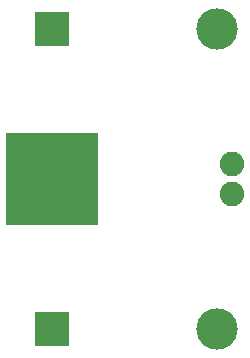
<source format=gbr>
G04 EAGLE Gerber RS-274X export*
G75*
%MOMM*%
%FSLAX34Y34*%
%LPD*%
%INSoldermask Bottom*%
%IPPOS*%
%AMOC8*
5,1,8,0,0,1.08239X$1,22.5*%
G01*
%ADD10R,2.984500X2.984500*%
%ADD11R,7.823200X7.823200*%
%ADD12C,3.505200*%
%ADD13C,2.082800*%


D10*
X101600Y279400D03*
X101600Y25400D03*
D11*
X101600Y152400D03*
D12*
X241300Y25400D03*
X241300Y279400D03*
D13*
X254000Y165100D03*
X254000Y139700D03*
M02*

</source>
